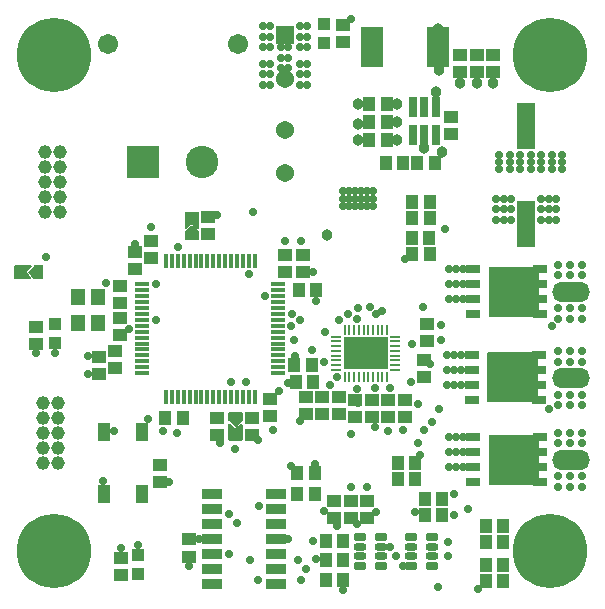
<source format=gts>
G04*
G04 #@! TF.GenerationSoftware,Altium Limited,Altium Designer,25.5.2 (35)*
G04*
G04 Layer_Color=8388736*
%FSLAX25Y25*%
%MOIN*%
G70*
G04*
G04 #@! TF.SameCoordinates,081B27B9-CED8-412B-AE00-E460060AFC18*
G04*
G04*
G04 #@! TF.FilePolarity,Negative*
G04*
G01*
G75*
%ADD27R,0.04700X0.01200*%
%ADD28R,0.01200X0.04700*%
%ADD29R,0.03567X0.00758*%
%ADD31R,0.04724X0.05512*%
%ADD35R,0.00758X0.03567*%
%ADD36R,0.03937X0.06102*%
%ADD39R,0.05900X0.15400*%
%ADD41R,0.07284X0.13386*%
%ADD45R,0.04737X0.03950*%
G04:AMPARAMS|DCode=46|XSize=39.43mil|YSize=28.02mil|CornerRadius=8mil|HoleSize=0mil|Usage=FLASHONLY|Rotation=180.000|XOffset=0mil|YOffset=0mil|HoleType=Round|Shape=RoundedRectangle|*
%AMROUNDEDRECTD46*
21,1,0.03943,0.01201,0,0,180.0*
21,1,0.02343,0.02802,0,0,180.0*
1,1,0.01601,-0.01171,0.00600*
1,1,0.01601,0.01171,0.00600*
1,1,0.01601,0.01171,-0.00600*
1,1,0.01601,-0.01171,-0.00600*
%
%ADD46ROUNDEDRECTD46*%
G04:AMPARAMS|DCode=47|XSize=39.43mil|YSize=24.87mil|CornerRadius=7.22mil|HoleSize=0mil|Usage=FLASHONLY|Rotation=180.000|XOffset=0mil|YOffset=0mil|HoleType=Round|Shape=RoundedRectangle|*
%AMROUNDEDRECTD47*
21,1,0.03943,0.01043,0,0,180.0*
21,1,0.02500,0.02487,0,0,180.0*
1,1,0.01443,-0.01250,0.00522*
1,1,0.01443,0.01250,0.00522*
1,1,0.01443,0.01250,-0.00522*
1,1,0.01443,-0.01250,-0.00522*
%
%ADD47ROUNDEDRECTD47*%
%ADD48R,0.06706X0.03359*%
%ADD49R,0.01587X0.01587*%
%ADD50R,0.03950X0.03950*%
%ADD51R,0.03950X0.04737*%
%ADD52R,0.03800X0.04737*%
%ADD53R,0.01587X0.01587*%
%ADD54R,0.02600X0.06600*%
%ADD55R,0.14961X0.11024*%
%ADD56R,0.04800X0.02600*%
%ADD57O,0.12611X0.06800*%
%ADD58R,0.04737X0.03800*%
%ADD59R,0.10839X0.10839*%
%ADD60C,0.06737*%
%ADD61C,0.10839*%
%ADD62C,0.04600*%
%ADD63R,0.06064X0.06064*%
%ADD64C,0.06064*%
%ADD65C,0.02800*%
%ADD66C,0.03800*%
%ADD67C,0.24800*%
G36*
X163551Y228655D02*
X163602Y228645D01*
X163651Y228628D01*
X163697Y228606D01*
X163740Y228577D01*
X163779Y228543D01*
X163813Y228504D01*
X163842Y228461D01*
X163865Y228415D01*
X163881Y228366D01*
X163891Y228315D01*
X163894Y228264D01*
Y223336D01*
X163894Y223331D01*
X163894Y223327D01*
X163893Y223306D01*
X163891Y223285D01*
X163890Y223280D01*
X163890Y223275D01*
X163885Y223255D01*
X163881Y223234D01*
X163880Y223230D01*
X163879Y223225D01*
X163871Y223205D01*
X163865Y223185D01*
X163863Y223181D01*
X163861Y223177D01*
X163851Y223158D01*
X163842Y223139D01*
X163839Y223135D01*
X163837Y223131D01*
X163825Y223113D01*
X163813Y223096D01*
X163810Y223092D01*
X163807Y223089D01*
X163793Y223073D01*
X163779Y223057D01*
X163776Y223054D01*
X163772Y223051D01*
X163756Y223037D01*
X163740Y223023D01*
X163736Y223020D01*
X163733Y223018D01*
X163715Y223006D01*
X163697Y222994D01*
X163693Y222992D01*
X163689Y222990D01*
X163670Y222981D01*
X163651Y222972D01*
X163647Y222970D01*
X163643Y222968D01*
X163622Y222962D01*
X163602Y222955D01*
X163598Y222954D01*
X163593Y222953D01*
X163572Y222949D01*
X163551Y222945D01*
X163547Y222944D01*
X163542Y222944D01*
X163521Y222943D01*
X163500Y222941D01*
X163495Y222942D01*
X163491Y222942D01*
X163470Y222943D01*
X163449Y222945D01*
X163444Y222946D01*
X163439Y222946D01*
X163419Y222951D01*
X163398Y222955D01*
X163394Y222956D01*
X163389Y222957D01*
X163369Y222965D01*
X163349Y222972D01*
X163345Y222973D01*
X163341Y222975D01*
X163322Y222985D01*
X163303Y222994D01*
X163299Y222997D01*
X163295Y222999D01*
X163277Y223011D01*
X163260Y223023D01*
X163256Y223026D01*
X163253Y223029D01*
X161473Y224462D01*
X159741Y223124D01*
X159741Y223123D01*
X159740Y223123D01*
X159719Y223109D01*
X159698Y223095D01*
X159698Y223095D01*
X159697Y223094D01*
X159675Y223083D01*
X159652Y223072D01*
X159652Y223072D01*
X159651Y223072D01*
X159627Y223063D01*
X159603Y223055D01*
X159603Y223055D01*
X159602Y223055D01*
X159577Y223050D01*
X159553Y223045D01*
X159552Y223045D01*
X159552Y223045D01*
X159527Y223043D01*
X159501Y223042D01*
X159501Y223042D01*
X159500Y223042D01*
X159475Y223043D01*
X159450Y223045D01*
X159449Y223045D01*
X159449Y223045D01*
X159424Y223050D01*
X159399Y223055D01*
X159398Y223055D01*
X159398Y223055D01*
X159374Y223063D01*
X159350Y223071D01*
X159350Y223071D01*
X159349Y223072D01*
X159327Y223082D01*
X159304Y223094D01*
X159303Y223094D01*
X159303Y223094D01*
X159283Y223108D01*
X159261Y223122D01*
X159260Y223123D01*
X159260Y223123D01*
X159241Y223140D01*
X159222Y223156D01*
X159222Y223157D01*
X159221Y223157D01*
X159205Y223176D01*
X159188Y223195D01*
X159187Y223195D01*
X159187Y223196D01*
X159174Y223216D01*
X159159Y223238D01*
X159159Y223238D01*
X159158Y223239D01*
X159147Y223261D01*
X159136Y223284D01*
X159136Y223284D01*
X159135Y223285D01*
X159127Y223309D01*
X159119Y223333D01*
X159119Y223333D01*
X159119Y223334D01*
X159114Y223359D01*
X159109Y223383D01*
X159109Y223384D01*
X159109Y223384D01*
X159107Y223409D01*
X159106Y223435D01*
X159106Y223435D01*
X159106Y223436D01*
Y228264D01*
X159109Y228315D01*
X159119Y228366D01*
X159135Y228415D01*
X159158Y228461D01*
X159187Y228504D01*
X159221Y228543D01*
X159260Y228577D01*
X159303Y228606D01*
X159349Y228628D01*
X159398Y228645D01*
X159449Y228655D01*
X159500Y228659D01*
X163500D01*
X163551Y228655D01*
D02*
G37*
G36*
X161506Y223994D02*
X161520Y223994D01*
X161532Y223993D01*
X161544Y223992D01*
X161557Y223990D01*
X161571Y223988D01*
X161583Y223985D01*
X161594Y223983D01*
X161608Y223979D01*
X161621Y223975D01*
X161632Y223971D01*
X161644Y223968D01*
X161656Y223962D01*
X161669Y223956D01*
X161679Y223951D01*
X161690Y223946D01*
X161702Y223938D01*
X161714Y223931D01*
X161724Y223924D01*
X161734Y223918D01*
X161744Y223909D01*
X161756Y223901D01*
X163756Y222201D01*
X163767Y222189D01*
X163779Y222179D01*
X163786Y222171D01*
X163793Y222165D01*
X163802Y222152D01*
X163813Y222140D01*
X163819Y222132D01*
X163825Y222124D01*
X163833Y222111D01*
X163842Y222097D01*
X163846Y222088D01*
X163851Y222080D01*
X163857Y222065D01*
X163865Y222051D01*
X163868Y222042D01*
X163872Y222033D01*
X163876Y222017D01*
X163881Y222002D01*
X163883Y221992D01*
X163886Y221983D01*
X163888Y221967D01*
X163891Y221952D01*
X163892Y221942D01*
X163893Y221932D01*
X163893Y221916D01*
X163894Y221900D01*
Y219500D01*
X163891Y219448D01*
X163881Y219398D01*
X163865Y219349D01*
X163842Y219303D01*
X163813Y219260D01*
X163779Y219221D01*
X163740Y219187D01*
X163697Y219158D01*
X163651Y219135D01*
X163602Y219119D01*
X163551Y219109D01*
X163500Y219106D01*
X159500D01*
X159449Y219109D01*
X159398Y219119D01*
X159349Y219135D01*
X159303Y219158D01*
X159260Y219187D01*
X159221Y219221D01*
X159187Y219260D01*
X159158Y219303D01*
X159135Y219349D01*
X159119Y219398D01*
X159109Y219448D01*
X159106Y219500D01*
Y222000D01*
X159107Y222022D01*
X159108Y222044D01*
X159109Y222047D01*
X159109Y222052D01*
X159113Y222073D01*
X159117Y222094D01*
X159118Y222098D01*
X159119Y222102D01*
X159126Y222123D01*
X159133Y222144D01*
X159134Y222147D01*
X159135Y222151D01*
X159145Y222171D01*
X159154Y222190D01*
X159157Y222194D01*
X159158Y222197D01*
X159170Y222215D01*
X159182Y222234D01*
X159185Y222237D01*
X159187Y222240D01*
X159201Y222257D01*
X159215Y222273D01*
X159218Y222276D01*
X159221Y222279D01*
X159238Y222293D01*
X159254Y222308D01*
X161253Y223908D01*
X161265Y223916D01*
X161276Y223925D01*
X161286Y223931D01*
X161296Y223938D01*
X161308Y223944D01*
X161320Y223951D01*
X161331Y223956D01*
X161342Y223961D01*
X161355Y223966D01*
X161367Y223972D01*
X161379Y223975D01*
X161390Y223979D01*
X161404Y223982D01*
X161417Y223986D01*
X161429Y223988D01*
X161441Y223990D01*
X161454Y223991D01*
X161468Y223993D01*
X161480Y223993D01*
X161492Y223994D01*
X161506Y223994D01*
D02*
G37*
G36*
X111551Y210891D02*
X111602Y210881D01*
X111651Y210864D01*
X111697Y210842D01*
X111740Y210813D01*
X111779Y210779D01*
X111813Y210740D01*
X111842Y210697D01*
X111864Y210651D01*
X111881Y210602D01*
X111891Y210552D01*
X111895Y210500D01*
Y206500D01*
X111891Y206449D01*
X111881Y206398D01*
X111864Y206349D01*
X111842Y206303D01*
X111813Y206260D01*
X111779Y206221D01*
X111740Y206187D01*
X111697Y206158D01*
X111651Y206136D01*
X111602Y206119D01*
X111551Y206109D01*
X111500Y206105D01*
X109000D01*
X108978Y206107D01*
X108956Y206108D01*
X108952Y206109D01*
X108949Y206109D01*
X108927Y206113D01*
X108906Y206117D01*
X108902Y206118D01*
X108898Y206119D01*
X108877Y206126D01*
X108856Y206133D01*
X108853Y206134D01*
X108849Y206136D01*
X108829Y206145D01*
X108810Y206154D01*
X108806Y206157D01*
X108803Y206158D01*
X108785Y206170D01*
X108766Y206182D01*
X108763Y206185D01*
X108760Y206187D01*
X108743Y206201D01*
X108727Y206215D01*
X108724Y206218D01*
X108721Y206221D01*
X108707Y206238D01*
X108692Y206254D01*
X107092Y208254D01*
X107084Y208265D01*
X107075Y208276D01*
X107069Y208286D01*
X107062Y208296D01*
X107056Y208308D01*
X107049Y208320D01*
X107044Y208331D01*
X107039Y208342D01*
X107034Y208355D01*
X107028Y208367D01*
X107025Y208379D01*
X107021Y208390D01*
X107018Y208404D01*
X107014Y208417D01*
X107012Y208429D01*
X107010Y208441D01*
X107009Y208454D01*
X107007Y208468D01*
X107007Y208480D01*
X107006Y208492D01*
X107006Y208506D01*
X107006Y208520D01*
X107007Y208532D01*
X107008Y208544D01*
X107010Y208557D01*
X107012Y208571D01*
X107015Y208582D01*
X107017Y208594D01*
X107021Y208608D01*
X107025Y208621D01*
X107029Y208632D01*
X107033Y208644D01*
X107038Y208656D01*
X107044Y208669D01*
X107049Y208680D01*
X107054Y208690D01*
X107062Y208702D01*
X107069Y208714D01*
X107076Y208724D01*
X107082Y208734D01*
X107091Y208744D01*
X107099Y208755D01*
X108799Y210755D01*
X108810Y210767D01*
X108821Y210779D01*
X108828Y210786D01*
X108835Y210793D01*
X108848Y210802D01*
X108860Y210813D01*
X108868Y210819D01*
X108876Y210825D01*
X108889Y210833D01*
X108903Y210842D01*
X108912Y210846D01*
X108920Y210851D01*
X108935Y210857D01*
X108949Y210864D01*
X108958Y210868D01*
X108967Y210872D01*
X108983Y210876D01*
X108998Y210881D01*
X109008Y210883D01*
X109017Y210886D01*
X109033Y210888D01*
X109048Y210891D01*
X109058Y210892D01*
X109068Y210893D01*
X109084Y210894D01*
X109100Y210894D01*
X111500D01*
X111551Y210891D01*
D02*
G37*
G36*
X107669Y210894D02*
X107673Y210894D01*
X107694Y210893D01*
X107715Y210891D01*
X107720Y210890D01*
X107725Y210890D01*
X107745Y210885D01*
X107766Y210881D01*
X107771Y210880D01*
X107775Y210879D01*
X107795Y210871D01*
X107815Y210864D01*
X107819Y210862D01*
X107823Y210861D01*
X107842Y210851D01*
X107861Y210842D01*
X107865Y210839D01*
X107869Y210837D01*
X107887Y210825D01*
X107904Y210813D01*
X107908Y210810D01*
X107911Y210807D01*
X107927Y210793D01*
X107943Y210779D01*
X107946Y210775D01*
X107949Y210772D01*
X107963Y210756D01*
X107977Y210740D01*
X107980Y210736D01*
X107983Y210733D01*
X107994Y210715D01*
X108006Y210697D01*
X108008Y210693D01*
X108010Y210689D01*
X108019Y210670D01*
X108028Y210651D01*
X108030Y210647D01*
X108032Y210643D01*
X108038Y210622D01*
X108045Y210602D01*
X108046Y210598D01*
X108047Y210593D01*
X108051Y210572D01*
X108055Y210552D01*
X108055Y210547D01*
X108056Y210542D01*
X108057Y210521D01*
X108059Y210500D01*
X108058Y210495D01*
X108058Y210491D01*
X108056Y210470D01*
X108055Y210449D01*
X108054Y210444D01*
X108054Y210439D01*
X108049Y210419D01*
X108045Y210398D01*
X108044Y210394D01*
X108043Y210389D01*
X108035Y210369D01*
X108028Y210349D01*
X108027Y210345D01*
X108025Y210341D01*
X108015Y210322D01*
X108006Y210303D01*
X108003Y210299D01*
X108001Y210295D01*
X107989Y210278D01*
X107977Y210260D01*
X107974Y210256D01*
X107971Y210253D01*
X106538Y208473D01*
X107876Y206741D01*
X107877Y206741D01*
X107877Y206740D01*
X107891Y206719D01*
X107905Y206698D01*
X107905Y206698D01*
X107906Y206697D01*
X107917Y206675D01*
X107928Y206652D01*
X107928Y206652D01*
X107929Y206651D01*
X107937Y206627D01*
X107945Y206603D01*
X107945Y206603D01*
X107945Y206602D01*
X107950Y206577D01*
X107955Y206553D01*
X107955Y206552D01*
X107955Y206552D01*
X107957Y206527D01*
X107958Y206501D01*
X107958Y206501D01*
X107958Y206500D01*
X107957Y206475D01*
X107955Y206450D01*
X107955Y206449D01*
X107955Y206449D01*
X107950Y206424D01*
X107945Y206399D01*
X107945Y206399D01*
X107945Y206398D01*
X107937Y206374D01*
X107929Y206350D01*
X107929Y206350D01*
X107929Y206349D01*
X107918Y206327D01*
X107906Y206304D01*
X107906Y206303D01*
X107906Y206303D01*
X107892Y206283D01*
X107878Y206261D01*
X107877Y206260D01*
X107877Y206260D01*
X107860Y206241D01*
X107844Y206222D01*
X107843Y206222D01*
X107843Y206221D01*
X107824Y206205D01*
X107805Y206188D01*
X107805Y206187D01*
X107804Y206187D01*
X107784Y206174D01*
X107762Y206159D01*
X107762Y206159D01*
X107761Y206158D01*
X107739Y206147D01*
X107716Y206136D01*
X107716Y206136D01*
X107715Y206136D01*
X107691Y206127D01*
X107667Y206119D01*
X107667Y206119D01*
X107666Y206119D01*
X107641Y206114D01*
X107617Y206109D01*
X107616Y206109D01*
X107615Y206109D01*
X107591Y206107D01*
X107565Y206105D01*
X107565Y206105D01*
X107564Y206105D01*
X102736D01*
X102684Y206109D01*
X102634Y206119D01*
X102585Y206136D01*
X102539Y206158D01*
X102496Y206187D01*
X102457Y206221D01*
X102423Y206260D01*
X102394Y206303D01*
X102372Y206349D01*
X102355Y206398D01*
X102345Y206449D01*
X102341Y206500D01*
Y210500D01*
X102345Y210552D01*
X102355Y210602D01*
X102372Y210651D01*
X102394Y210697D01*
X102423Y210740D01*
X102457Y210779D01*
X102496Y210813D01*
X102539Y210842D01*
X102585Y210864D01*
X102634Y210881D01*
X102684Y210891D01*
X102736Y210894D01*
X107664D01*
X107669Y210894D01*
D02*
G37*
G36*
X276952Y210297D02*
X277004Y210287D01*
X277053Y210270D01*
X277100Y210247D01*
X277144Y210218D01*
X277183Y210183D01*
X277218Y210144D01*
X277247Y210100D01*
X277270Y210053D01*
X277287Y210004D01*
X277297Y209952D01*
X277301Y209900D01*
Y194100D01*
X277297Y194048D01*
X277287Y193996D01*
X277270Y193947D01*
X277247Y193900D01*
X277218Y193856D01*
X277183Y193817D01*
X277144Y193782D01*
X277100Y193753D01*
X277053Y193730D01*
X277004Y193713D01*
X276952Y193703D01*
X276900Y193699D01*
X260800D01*
X260748Y193703D01*
X260696Y193713D01*
X260647Y193730D01*
X260600Y193753D01*
X260556Y193782D01*
X260517Y193817D01*
X260482Y193856D01*
X260453Y193900D01*
X260430Y193947D01*
X260413Y193996D01*
X260403Y194048D01*
X260399Y194100D01*
Y209900D01*
X260403Y209952D01*
X260413Y210004D01*
X260430Y210053D01*
X260453Y210100D01*
X260482Y210144D01*
X260517Y210183D01*
X260556Y210218D01*
X260600Y210247D01*
X260647Y210270D01*
X260696Y210287D01*
X260748Y210297D01*
X260800Y210301D01*
X276900D01*
X276952Y210297D01*
D02*
G37*
G36*
X276452Y181797D02*
X276504Y181787D01*
X276553Y181770D01*
X276600Y181747D01*
X276644Y181718D01*
X276683Y181683D01*
X276718Y181644D01*
X276747Y181600D01*
X276770Y181553D01*
X276787Y181504D01*
X276797Y181452D01*
X276801Y181400D01*
Y165600D01*
X276797Y165548D01*
X276787Y165496D01*
X276770Y165447D01*
X276747Y165400D01*
X276718Y165356D01*
X276683Y165317D01*
X276644Y165282D01*
X276600Y165253D01*
X276553Y165230D01*
X276504Y165213D01*
X276452Y165203D01*
X276400Y165199D01*
X260300D01*
X260248Y165203D01*
X260196Y165213D01*
X260147Y165230D01*
X260100Y165253D01*
X260056Y165282D01*
X260017Y165317D01*
X259982Y165356D01*
X259953Y165400D01*
X259930Y165447D01*
X259913Y165496D01*
X259903Y165548D01*
X259899Y165600D01*
Y181400D01*
X259903Y181452D01*
X259913Y181504D01*
X259930Y181553D01*
X259953Y181600D01*
X259982Y181644D01*
X260017Y181683D01*
X260056Y181718D01*
X260100Y181747D01*
X260147Y181770D01*
X260196Y181787D01*
X260248Y181797D01*
X260300Y181801D01*
X276400D01*
X276452Y181797D01*
D02*
G37*
G36*
X178051Y161891D02*
X178102Y161881D01*
X178151Y161864D01*
X178197Y161842D01*
X178240Y161813D01*
X178279Y161779D01*
X178313Y161740D01*
X178342Y161697D01*
X178365Y161651D01*
X178381Y161602D01*
X178391Y161551D01*
X178394Y161500D01*
Y159000D01*
X178393Y158978D01*
X178392Y158956D01*
X178391Y158952D01*
X178391Y158949D01*
X178387Y158927D01*
X178383Y158906D01*
X178382Y158902D01*
X178381Y158898D01*
X178374Y158877D01*
X178367Y158856D01*
X178366Y158853D01*
X178365Y158849D01*
X178355Y158829D01*
X178346Y158810D01*
X178343Y158806D01*
X178342Y158803D01*
X178330Y158785D01*
X178318Y158766D01*
X178315Y158763D01*
X178313Y158760D01*
X178299Y158743D01*
X178285Y158727D01*
X178282Y158724D01*
X178279Y158721D01*
X178262Y158707D01*
X178246Y158692D01*
X176247Y157092D01*
X176235Y157084D01*
X176224Y157075D01*
X176214Y157069D01*
X176204Y157062D01*
X176192Y157056D01*
X176180Y157049D01*
X176169Y157044D01*
X176158Y157039D01*
X176145Y157034D01*
X176133Y157028D01*
X176121Y157025D01*
X176110Y157021D01*
X176096Y157018D01*
X176083Y157014D01*
X176071Y157012D01*
X176059Y157010D01*
X176046Y157009D01*
X176032Y157007D01*
X176020Y157007D01*
X176008Y157006D01*
X175994Y157006D01*
X175980Y157006D01*
X175968Y157007D01*
X175956Y157008D01*
X175943Y157010D01*
X175929Y157012D01*
X175917Y157015D01*
X175906Y157017D01*
X175892Y157021D01*
X175879Y157025D01*
X175868Y157029D01*
X175856Y157033D01*
X175844Y157038D01*
X175831Y157044D01*
X175821Y157049D01*
X175810Y157054D01*
X175798Y157062D01*
X175786Y157069D01*
X175776Y157076D01*
X175766Y157082D01*
X175756Y157091D01*
X175744Y157099D01*
X173744Y158799D01*
X173733Y158810D01*
X173721Y158821D01*
X173714Y158828D01*
X173707Y158835D01*
X173698Y158848D01*
X173687Y158860D01*
X173681Y158868D01*
X173675Y158876D01*
X173667Y158889D01*
X173658Y158903D01*
X173654Y158912D01*
X173649Y158920D01*
X173643Y158935D01*
X173635Y158949D01*
X173632Y158958D01*
X173628Y158967D01*
X173624Y158983D01*
X173619Y158998D01*
X173617Y159008D01*
X173614Y159017D01*
X173612Y159033D01*
X173609Y159048D01*
X173608Y159058D01*
X173607Y159068D01*
X173607Y159084D01*
X173606Y159100D01*
Y161500D01*
X173609Y161551D01*
X173619Y161602D01*
X173635Y161651D01*
X173658Y161697D01*
X173687Y161740D01*
X173721Y161779D01*
X173760Y161813D01*
X173803Y161842D01*
X173849Y161864D01*
X173898Y161881D01*
X173949Y161891D01*
X174000Y161895D01*
X178000D01*
X178051Y161891D01*
D02*
G37*
G36*
X174005Y158058D02*
X174009Y158058D01*
X174030Y158056D01*
X174051Y158055D01*
X174056Y158054D01*
X174061Y158054D01*
X174081Y158049D01*
X174102Y158045D01*
X174106Y158044D01*
X174111Y158043D01*
X174131Y158035D01*
X174151Y158028D01*
X174155Y158027D01*
X174159Y158025D01*
X174178Y158015D01*
X174197Y158006D01*
X174201Y158003D01*
X174205Y158001D01*
X174223Y157989D01*
X174240Y157977D01*
X174244Y157974D01*
X174247Y157971D01*
X176027Y156538D01*
X177759Y157876D01*
X177759Y157877D01*
X177760Y157877D01*
X177781Y157891D01*
X177802Y157905D01*
X177802Y157905D01*
X177803Y157906D01*
X177825Y157917D01*
X177848Y157928D01*
X177848Y157928D01*
X177849Y157929D01*
X177873Y157937D01*
X177897Y157945D01*
X177897Y157945D01*
X177898Y157945D01*
X177923Y157950D01*
X177947Y157955D01*
X177948Y157955D01*
X177948Y157955D01*
X177973Y157957D01*
X177999Y157958D01*
X177999Y157958D01*
X178000Y157958D01*
X178025Y157957D01*
X178050Y157955D01*
X178051Y157955D01*
X178051Y157955D01*
X178076Y157950D01*
X178101Y157945D01*
X178102Y157945D01*
X178102Y157945D01*
X178126Y157937D01*
X178150Y157929D01*
X178150Y157929D01*
X178151Y157929D01*
X178173Y157918D01*
X178196Y157906D01*
X178197Y157906D01*
X178197Y157906D01*
X178217Y157892D01*
X178239Y157878D01*
X178240Y157877D01*
X178240Y157877D01*
X178259Y157860D01*
X178278Y157844D01*
X178278Y157843D01*
X178279Y157843D01*
X178295Y157824D01*
X178312Y157805D01*
X178313Y157805D01*
X178313Y157804D01*
X178326Y157784D01*
X178341Y157762D01*
X178341Y157762D01*
X178342Y157761D01*
X178353Y157739D01*
X178364Y157716D01*
X178364Y157716D01*
X178365Y157715D01*
X178373Y157691D01*
X178381Y157667D01*
X178381Y157667D01*
X178381Y157666D01*
X178386Y157641D01*
X178391Y157617D01*
X178391Y157616D01*
X178391Y157615D01*
X178393Y157591D01*
X178394Y157565D01*
X178394Y157565D01*
X178394Y157564D01*
Y152736D01*
X178391Y152684D01*
X178381Y152634D01*
X178365Y152585D01*
X178342Y152539D01*
X178313Y152496D01*
X178279Y152457D01*
X178240Y152423D01*
X178197Y152394D01*
X178151Y152372D01*
X178102Y152355D01*
X178051Y152345D01*
X178000Y152341D01*
X174000D01*
X173949Y152345D01*
X173898Y152355D01*
X173849Y152372D01*
X173803Y152394D01*
X173760Y152423D01*
X173721Y152457D01*
X173687Y152496D01*
X173658Y152539D01*
X173635Y152585D01*
X173619Y152634D01*
X173609Y152684D01*
X173606Y152736D01*
Y157664D01*
X173606Y157669D01*
X173606Y157673D01*
X173607Y157694D01*
X173609Y157715D01*
X173610Y157720D01*
X173610Y157725D01*
X173615Y157745D01*
X173619Y157766D01*
X173620Y157771D01*
X173621Y157775D01*
X173629Y157795D01*
X173635Y157815D01*
X173637Y157819D01*
X173639Y157823D01*
X173649Y157842D01*
X173658Y157861D01*
X173661Y157865D01*
X173663Y157869D01*
X173675Y157887D01*
X173687Y157904D01*
X173690Y157908D01*
X173693Y157911D01*
X173707Y157927D01*
X173721Y157943D01*
X173724Y157946D01*
X173728Y157949D01*
X173744Y157963D01*
X173760Y157977D01*
X173764Y157980D01*
X173767Y157983D01*
X173785Y157994D01*
X173803Y158006D01*
X173807Y158008D01*
X173811Y158010D01*
X173830Y158019D01*
X173849Y158028D01*
X173853Y158030D01*
X173857Y158032D01*
X173878Y158038D01*
X173898Y158045D01*
X173902Y158046D01*
X173907Y158047D01*
X173928Y158051D01*
X173949Y158055D01*
X173953Y158055D01*
X173958Y158056D01*
X173979Y158057D01*
X174000Y158059D01*
X174005Y158058D01*
D02*
G37*
G36*
X276952Y154297D02*
X277004Y154287D01*
X277053Y154270D01*
X277100Y154247D01*
X277144Y154218D01*
X277183Y154183D01*
X277218Y154144D01*
X277247Y154100D01*
X277270Y154053D01*
X277287Y154004D01*
X277297Y153952D01*
X277301Y153900D01*
Y138100D01*
X277297Y138048D01*
X277287Y137996D01*
X277270Y137947D01*
X277247Y137900D01*
X277218Y137856D01*
X277183Y137817D01*
X277144Y137782D01*
X277100Y137753D01*
X277053Y137730D01*
X277004Y137713D01*
X276952Y137703D01*
X276900Y137699D01*
X260800D01*
X260748Y137703D01*
X260696Y137713D01*
X260647Y137730D01*
X260600Y137753D01*
X260556Y137782D01*
X260517Y137817D01*
X260482Y137856D01*
X260453Y137900D01*
X260430Y137947D01*
X260413Y137996D01*
X260403Y138048D01*
X260399Y138100D01*
Y153900D01*
X260403Y153952D01*
X260413Y154004D01*
X260430Y154053D01*
X260453Y154100D01*
X260482Y154144D01*
X260517Y154183D01*
X260556Y154218D01*
X260600Y154247D01*
X260647Y154270D01*
X260696Y154287D01*
X260748Y154297D01*
X260800Y154301D01*
X276900D01*
X276952Y154297D01*
D02*
G37*
D27*
X145000Y204437D02*
D03*
Y202468D02*
D03*
Y200500D02*
D03*
Y198531D02*
D03*
Y196563D02*
D03*
Y194595D02*
D03*
Y192626D02*
D03*
Y190657D02*
D03*
Y188689D02*
D03*
Y186721D02*
D03*
Y184752D02*
D03*
Y180815D02*
D03*
Y178847D02*
D03*
Y176878D02*
D03*
Y174909D02*
D03*
X190276D02*
D03*
Y176878D02*
D03*
Y178847D02*
D03*
Y180815D02*
D03*
Y182783D02*
D03*
Y184752D02*
D03*
Y186721D02*
D03*
Y188689D02*
D03*
Y190657D02*
D03*
Y192626D02*
D03*
Y194595D02*
D03*
Y196563D02*
D03*
Y198531D02*
D03*
Y200500D02*
D03*
Y202468D02*
D03*
Y204437D02*
D03*
X145000Y182783D02*
D03*
D28*
X152874Y167035D02*
D03*
X156811D02*
D03*
X158780D02*
D03*
X160748D02*
D03*
X162716D02*
D03*
X164685D02*
D03*
X166654D02*
D03*
X168622D02*
D03*
X170591D02*
D03*
X172559D02*
D03*
X174528D02*
D03*
X176496D02*
D03*
X178465D02*
D03*
X180433D02*
D03*
X182402D02*
D03*
Y212311D02*
D03*
X180433D02*
D03*
X178465D02*
D03*
X176496D02*
D03*
X174528D02*
D03*
X172559D02*
D03*
X170591D02*
D03*
X168622D02*
D03*
X166654D02*
D03*
X164685D02*
D03*
X162716D02*
D03*
X160748D02*
D03*
X158780D02*
D03*
X156811D02*
D03*
X152874D02*
D03*
X154842Y167035D02*
D03*
Y212311D02*
D03*
D29*
X209646Y182287D02*
D03*
Y187012D02*
D03*
Y185437D02*
D03*
Y179138D02*
D03*
Y183862D02*
D03*
X229355Y177563D02*
D03*
Y187012D02*
D03*
Y183862D02*
D03*
Y180713D02*
D03*
X209646D02*
D03*
Y175988D02*
D03*
Y177563D02*
D03*
X229355Y185437D02*
D03*
Y182287D02*
D03*
Y179138D02*
D03*
Y175988D02*
D03*
D31*
X130347Y191669D02*
D03*
X123653Y200331D02*
D03*
X130347D02*
D03*
X123653Y191669D02*
D03*
D35*
X213988Y189386D02*
D03*
X212413D02*
D03*
X220287D02*
D03*
X217138D02*
D03*
Y173614D02*
D03*
X226587D02*
D03*
X221862Y189386D02*
D03*
X223437D02*
D03*
X225012D02*
D03*
X212413Y173614D02*
D03*
X215563Y189386D02*
D03*
X218713D02*
D03*
X226587D02*
D03*
X225012Y173614D02*
D03*
X223437D02*
D03*
X221862D02*
D03*
X220287D02*
D03*
X218713D02*
D03*
X215563D02*
D03*
X213988D02*
D03*
D36*
X144799Y134665D02*
D03*
Y155335D02*
D03*
X132201Y134665D02*
D03*
Y155335D02*
D03*
D39*
X273000Y257200D02*
D03*
Y224500D02*
D03*
D41*
X243425Y283500D02*
D03*
X221575D02*
D03*
D45*
X216000Y160106D02*
D03*
Y165894D02*
D03*
X214500Y132394D02*
D03*
X137500Y193394D02*
D03*
X167000Y221106D02*
D03*
X220000Y132394D02*
D03*
X151000Y144394D02*
D03*
X142500Y209606D02*
D03*
X170000Y159894D02*
D03*
X209000Y132394D02*
D03*
X181500Y159894D02*
D03*
X137500Y198106D02*
D03*
X248000Y260394D02*
D03*
Y254606D02*
D03*
X232500Y160106D02*
D03*
Y165894D02*
D03*
X251000Y275106D02*
D03*
X262000D02*
D03*
X256500D02*
D03*
X212000Y290894D02*
D03*
X192500Y214394D02*
D03*
X227000Y160106D02*
D03*
X199500Y161106D02*
D03*
X167000Y226894D02*
D03*
X198500Y214394D02*
D03*
X148000Y218894D02*
D03*
X137500Y203894D02*
D03*
Y187606D02*
D03*
X109500Y184606D02*
D03*
X187500Y160606D02*
D03*
X170000Y154106D02*
D03*
X181500D02*
D03*
X151000Y138606D02*
D03*
X160500Y113713D02*
D03*
X136000Y182394D02*
D03*
X130500Y180394D02*
D03*
X138000Y113394D02*
D03*
X240000Y191394D02*
D03*
X239000Y179394D02*
D03*
X199500Y166894D02*
D03*
X205000Y161106D02*
D03*
Y166894D02*
D03*
X210500D02*
D03*
Y161106D02*
D03*
X221500Y165894D02*
D03*
Y160106D02*
D03*
X227000Y165894D02*
D03*
X256500Y280894D02*
D03*
X251000D02*
D03*
X262000D02*
D03*
X192500Y208606D02*
D03*
X198500D02*
D03*
X187500Y166394D02*
D03*
X148000Y213106D02*
D03*
X142500Y215394D02*
D03*
X160500Y119500D02*
D03*
X136000Y176606D02*
D03*
X130500Y174606D02*
D03*
X209000Y126606D02*
D03*
X214500D02*
D03*
X220000D02*
D03*
X138000Y107606D02*
D03*
X109500Y190394D02*
D03*
X239000Y173606D02*
D03*
X240000Y185606D02*
D03*
X212000Y285106D02*
D03*
D46*
X234516Y110618D02*
D03*
Y120382D02*
D03*
X241484D02*
D03*
Y110618D02*
D03*
X224484D02*
D03*
Y120382D02*
D03*
X217516D02*
D03*
Y110618D02*
D03*
D47*
X234516Y113925D02*
D03*
Y117075D02*
D03*
X241484D02*
D03*
Y113925D02*
D03*
X224484D02*
D03*
Y117075D02*
D03*
X217516D02*
D03*
Y113925D02*
D03*
D48*
X168370Y104500D02*
D03*
Y109500D02*
D03*
Y134500D02*
D03*
Y129500D02*
D03*
X189630Y104500D02*
D03*
Y109500D02*
D03*
Y119500D02*
D03*
X168370D02*
D03*
Y114500D02*
D03*
X189630Y129500D02*
D03*
X168370Y124500D02*
D03*
X189630Y114500D02*
D03*
Y124500D02*
D03*
Y134500D02*
D03*
D49*
X161500Y221000D02*
D03*
X176000Y160000D02*
D03*
D50*
X143500Y114150D02*
D03*
X116000Y184850D02*
D03*
X143500Y107850D02*
D03*
X116000Y191150D02*
D03*
X205500Y291150D02*
D03*
Y284850D02*
D03*
D51*
X197106Y202500D02*
D03*
X226106Y245000D02*
D03*
X259500Y105500D02*
D03*
X220606Y252500D02*
D03*
Y258500D02*
D03*
Y264500D02*
D03*
X202894Y202500D02*
D03*
X239106Y127500D02*
D03*
X235000Y214500D02*
D03*
X196106Y172000D02*
D03*
X206106Y119000D02*
D03*
Y112500D02*
D03*
Y106000D02*
D03*
X196606Y141500D02*
D03*
X152606Y160000D02*
D03*
X230106Y139500D02*
D03*
X235894D02*
D03*
X235000Y232000D02*
D03*
X259500Y124000D02*
D03*
X240787Y232000D02*
D03*
Y226500D02*
D03*
X235000D02*
D03*
X234894Y220000D02*
D03*
X240681D02*
D03*
X240787Y214500D02*
D03*
X265287Y105500D02*
D03*
X259500Y111000D02*
D03*
X265287D02*
D03*
Y118500D02*
D03*
X259500D02*
D03*
X265287Y124000D02*
D03*
X242394Y245000D02*
D03*
X235894Y145000D02*
D03*
X195606Y177500D02*
D03*
X158394Y160000D02*
D03*
X202394Y141500D02*
D03*
X196606Y134500D02*
D03*
X202394D02*
D03*
X244894Y127500D02*
D03*
X211894Y112500D02*
D03*
Y119000D02*
D03*
Y106000D02*
D03*
X239106Y133000D02*
D03*
X244894D02*
D03*
X230106Y145000D02*
D03*
X201894Y172000D02*
D03*
X201394Y177500D02*
D03*
X226394Y264500D02*
D03*
Y258500D02*
D03*
Y252500D02*
D03*
X236606Y245000D02*
D03*
X231894D02*
D03*
D52*
X104500Y208500D02*
D03*
D53*
X110000D02*
D03*
D54*
X242740Y263600D02*
D03*
X239000Y254400D02*
D03*
X235260Y263600D02*
D03*
X239000D02*
D03*
X235260Y254400D02*
D03*
X242740D02*
D03*
D55*
X219500Y181500D02*
D03*
D56*
X277700Y209500D02*
D03*
Y204500D02*
D03*
Y199500D02*
D03*
Y194500D02*
D03*
X255300D02*
D03*
Y199500D02*
D03*
Y204500D02*
D03*
Y209500D02*
D03*
X277700Y153500D02*
D03*
Y148500D02*
D03*
Y138500D02*
D03*
Y143500D02*
D03*
X277200Y181000D02*
D03*
Y176000D02*
D03*
Y171000D02*
D03*
Y166000D02*
D03*
X255300Y138500D02*
D03*
X254800Y171000D02*
D03*
Y176000D02*
D03*
Y181000D02*
D03*
X255300Y143500D02*
D03*
Y148500D02*
D03*
Y153500D02*
D03*
X254800Y166000D02*
D03*
D57*
X288000Y202000D02*
D03*
Y146000D02*
D03*
Y173250D02*
D03*
D58*
X161500Y226500D02*
D03*
X176000Y154500D02*
D03*
D59*
X145311Y245130D02*
D03*
D60*
X176807Y284500D02*
D03*
X133500D02*
D03*
D61*
X164996Y245130D02*
D03*
D62*
X117500Y248500D02*
D03*
Y238500D02*
D03*
X117000Y155000D02*
D03*
Y150000D02*
D03*
X117500Y228500D02*
D03*
X117000Y165000D02*
D03*
X117500Y243500D02*
D03*
X117000Y160000D02*
D03*
X112500Y238500D02*
D03*
Y228500D02*
D03*
Y243500D02*
D03*
X112000Y160000D02*
D03*
Y145000D02*
D03*
Y155000D02*
D03*
X112500Y248500D02*
D03*
X112000Y165000D02*
D03*
Y150000D02*
D03*
X117000Y145000D02*
D03*
X112500Y233500D02*
D03*
X117500D02*
D03*
D63*
X192500Y287496D02*
D03*
D64*
Y272929D02*
D03*
Y256000D02*
D03*
Y241433D02*
D03*
D65*
X241500Y158500D02*
D03*
X216500Y169763D02*
D03*
X222500Y169825D02*
D03*
X227500Y170000D02*
D03*
X217000Y165000D02*
D03*
X214500Y154500D02*
D03*
X227000Y155500D02*
D03*
X232000Y156000D02*
D03*
X222500Y157000D02*
D03*
X237000Y164500D02*
D03*
X234518Y172018D02*
D03*
X236000Y128500D02*
D03*
X239000Y156000D02*
D03*
X237000Y151500D02*
D03*
X218000Y235500D02*
D03*
X216000D02*
D03*
X214000D02*
D03*
X222000D02*
D03*
X220000D02*
D03*
X212000D02*
D03*
X216000Y233000D02*
D03*
X214000D02*
D03*
X212000D02*
D03*
X222000D02*
D03*
X220000D02*
D03*
X218000D02*
D03*
X216500Y193000D02*
D03*
X203000Y113000D02*
D03*
X197000Y112500D02*
D03*
X183500Y106000D02*
D03*
X198000D02*
D03*
X207500Y171000D02*
D03*
X205500Y178500D02*
D03*
X201500Y182500D02*
D03*
X195500Y186000D02*
D03*
X127000Y180500D02*
D03*
Y174500D02*
D03*
X202000Y208500D02*
D03*
X156500Y155000D02*
D03*
X152000Y155500D02*
D03*
X190500Y169000D02*
D03*
X180500Y208000D02*
D03*
X186000Y200500D02*
D03*
X182000Y228500D02*
D03*
X206000Y188500D02*
D03*
X194500Y190500D02*
D03*
X176500Y125000D02*
D03*
X181000Y112500D02*
D03*
X214500Y137000D02*
D03*
X179500Y172000D02*
D03*
X174500D02*
D03*
X143500Y117500D02*
D03*
X213500Y194500D02*
D03*
X195000D02*
D03*
X220000Y137000D02*
D03*
X174000Y128000D02*
D03*
X147000Y159500D02*
D03*
X149500Y192500D02*
D03*
X205500Y129000D02*
D03*
X197500Y192500D02*
D03*
X210500D02*
D03*
X235000Y184500D02*
D03*
X133000Y205000D02*
D03*
X149500Y204500D02*
D03*
X148000Y223500D02*
D03*
X142500Y218000D02*
D03*
X203000Y199000D02*
D03*
X244500Y186000D02*
D03*
X217000Y196500D02*
D03*
X221000Y197000D02*
D03*
X225000Y195500D02*
D03*
X223000Y194500D02*
D03*
X210000Y173500D02*
D03*
X247000Y114000D02*
D03*
X196000Y180500D02*
D03*
X246000Y223000D02*
D03*
X212000Y102500D02*
D03*
X202500Y144500D02*
D03*
X188500Y156000D02*
D03*
X191200Y276500D02*
D03*
X193500D02*
D03*
X191200Y280000D02*
D03*
X193500D02*
D03*
X191200Y283500D02*
D03*
X193500D02*
D03*
X224500Y184500D02*
D03*
Y182500D02*
D03*
Y180500D02*
D03*
Y178500D02*
D03*
X214500D02*
D03*
Y180500D02*
D03*
Y182500D02*
D03*
Y184500D02*
D03*
X199800Y290500D02*
D03*
X197500D02*
D03*
X199800Y287000D02*
D03*
X197500D02*
D03*
X199800Y283500D02*
D03*
X197500D02*
D03*
X199800Y278000D02*
D03*
X197500D02*
D03*
Y274500D02*
D03*
X199800D02*
D03*
X197500Y271000D02*
D03*
X199800D02*
D03*
X187500Y290500D02*
D03*
X185200D02*
D03*
X187500Y287000D02*
D03*
X185200D02*
D03*
X187500Y283500D02*
D03*
X185200D02*
D03*
X187500Y278000D02*
D03*
X185200D02*
D03*
Y274500D02*
D03*
X187500D02*
D03*
X185200Y271000D02*
D03*
X187500D02*
D03*
X171000Y151500D02*
D03*
X138000Y116500D02*
D03*
X135500Y155500D02*
D03*
X132000Y139000D02*
D03*
X109500Y181500D02*
D03*
X116000D02*
D03*
X140500Y189500D02*
D03*
X154000Y138500D02*
D03*
X198000Y219000D02*
D03*
X192500D02*
D03*
X113000Y213500D02*
D03*
X170000Y227500D02*
D03*
X157000Y217000D02*
D03*
X214500Y293000D02*
D03*
X164000Y119500D02*
D03*
X160500Y110500D02*
D03*
X176000Y149500D02*
D03*
X183500Y152500D02*
D03*
X193500Y171500D02*
D03*
X249000Y127500D02*
D03*
X253500Y129500D02*
D03*
X227500Y117000D02*
D03*
X240947Y177840D02*
D03*
X268000Y226000D02*
D03*
Y229500D02*
D03*
X265500Y226000D02*
D03*
Y229500D02*
D03*
X263000Y226000D02*
D03*
Y229500D02*
D03*
Y233000D02*
D03*
X268000D02*
D03*
X265500D02*
D03*
X283000Y226000D02*
D03*
Y229500D02*
D03*
Y233000D02*
D03*
X280500D02*
D03*
Y229500D02*
D03*
Y226000D02*
D03*
X278000D02*
D03*
Y229500D02*
D03*
Y233000D02*
D03*
X247000Y118500D02*
D03*
X232500Y213000D02*
D03*
X249000Y134500D02*
D03*
X237500Y147500D02*
D03*
X184000Y130500D02*
D03*
X238500Y197000D02*
D03*
X244000Y163000D02*
D03*
X257000Y103000D02*
D03*
X243500Y103500D02*
D03*
X194500Y144000D02*
D03*
X193500Y119500D02*
D03*
X202000Y119000D02*
D03*
X174000Y114500D02*
D03*
X199500Y109500D02*
D03*
X210000Y124000D02*
D03*
X229500Y114000D02*
D03*
X216500Y124500D02*
D03*
X232000Y110500D02*
D03*
X223000Y128500D02*
D03*
X222000Y230500D02*
D03*
X212000D02*
D03*
X216000D02*
D03*
X214000D02*
D03*
X220000D02*
D03*
X218000D02*
D03*
X285000Y243000D02*
D03*
Y245300D02*
D03*
Y247600D02*
D03*
X281500Y243000D02*
D03*
Y245300D02*
D03*
Y247600D02*
D03*
X278000Y243000D02*
D03*
Y245300D02*
D03*
Y247600D02*
D03*
X274500Y243000D02*
D03*
Y245300D02*
D03*
Y247600D02*
D03*
X271000Y243000D02*
D03*
Y245300D02*
D03*
Y247600D02*
D03*
X197500Y159000D02*
D03*
X267500Y247600D02*
D03*
Y245300D02*
D03*
Y243000D02*
D03*
X264000Y247600D02*
D03*
Y245300D02*
D03*
Y243000D02*
D03*
X247200Y143500D02*
D03*
X249500Y148500D02*
D03*
X247200D02*
D03*
X249500Y143500D02*
D03*
X251800D02*
D03*
X247200Y153500D02*
D03*
X249500D02*
D03*
X251800D02*
D03*
Y148500D02*
D03*
X246700Y171000D02*
D03*
X249000D02*
D03*
X251300Y181000D02*
D03*
X249000D02*
D03*
Y176000D02*
D03*
X251300D02*
D03*
Y171000D02*
D03*
X246700Y176000D02*
D03*
Y181000D02*
D03*
X247200Y209500D02*
D03*
Y204500D02*
D03*
Y199500D02*
D03*
X251800D02*
D03*
X249500D02*
D03*
X251800Y204500D02*
D03*
X249500D02*
D03*
Y209500D02*
D03*
X251800D02*
D03*
X283500Y196500D02*
D03*
X287500D02*
D03*
X291500D02*
D03*
Y193000D02*
D03*
X287500D02*
D03*
X283500D02*
D03*
Y207500D02*
D03*
X287500D02*
D03*
X291500D02*
D03*
Y211000D02*
D03*
X287500D02*
D03*
X283500D02*
D03*
Y167750D02*
D03*
X287500D02*
D03*
X291500D02*
D03*
Y164250D02*
D03*
X287500D02*
D03*
X283500D02*
D03*
Y178750D02*
D03*
X287500D02*
D03*
X291500D02*
D03*
Y182250D02*
D03*
X287500D02*
D03*
X283500D02*
D03*
Y155000D02*
D03*
X287500D02*
D03*
X291500D02*
D03*
Y151500D02*
D03*
X287500D02*
D03*
X283500D02*
D03*
Y137000D02*
D03*
X287500D02*
D03*
X291500D02*
D03*
Y140500D02*
D03*
X287500D02*
D03*
X283500D02*
D03*
X280500Y163000D02*
D03*
X281500Y190500D02*
D03*
X244500Y191000D02*
D03*
D66*
X243000Y268500D02*
D03*
X217000Y264500D02*
D03*
X216975Y258025D02*
D03*
X217000Y252500D02*
D03*
X262000Y271500D02*
D03*
X256500D02*
D03*
X251000D02*
D03*
X243500Y289500D02*
D03*
X244000Y276000D02*
D03*
X245000Y248500D02*
D03*
X206500Y221000D02*
D03*
X239000Y250000D02*
D03*
X230000Y264500D02*
D03*
Y252500D02*
D03*
Y258500D02*
D03*
D67*
X281000Y281000D02*
D03*
X115500D02*
D03*
X281000Y115500D02*
D03*
X115500D02*
D03*
M02*

</source>
